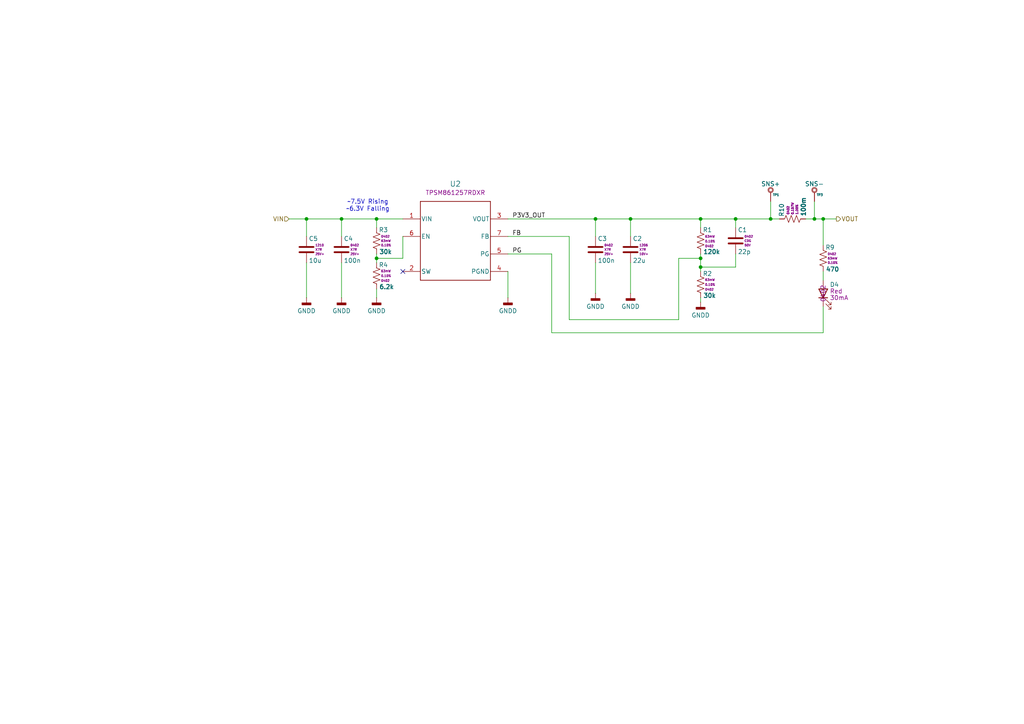
<source format=kicad_sch>
(kicad_sch (version 20250114) (generator "eeschema") (generator_version "9.0")
  (paper "A4")
  (lib_symbols
    (symbol "#gplm:art/ART-0000-N102" (pin_numbers (hide yes)) (pin_names (offset 0.762) (hide yes)) (exclude_from_sim yes) (in_bom no)
      (property "Reference" "TP" (at 0 6.858 0))
      (property "Value" "TestPoint" (at 0 5.08 0))
      (symbol "art/ART-0000-N102_0_1"
        (circle (center 0 3.302) (radius 0.508))
        (circle (center 0 3.302) (radius 0.762))
      )
      (symbol "art/ART-0000-N102_1_1"
        (pin passive line (at 0 0 90) (length 2.54) (name "1") (number "1"))
      )
    )
    (symbol "#gplm:cap/CAP-4001-0220" (pin_numbers (hide yes)) (pin_names (offset 0.254))
      (property "Reference" "C" (at 0.635 3.175 0))
      (property "Value" "22p" (at 0.635 -3.175 0))
      (property "Package/Case" "0402" (at 2.54 1.27 0))
      (property "Voltage" "50V" (at 2.54 -1.27 0))
      (property "Material" "C0G" (at 2.54 0 0))
      (symbol "cap/CAP-4001-0220_0_1"
        (polyline (pts (xy -2.032 0.762) (xy 2.032 0.762)) (stroke (width 0.508)))
        (polyline (pts (xy -2.032 -0.762) (xy 2.032 -0.762)) (stroke (width 0.508)))
      )
      (symbol "cap/CAP-4001-0220_1_1"
        (pin passive line (at 0 3.81 270) (length 2.794) (name "~") (number "1"))
        (pin passive line (at 0 -3.81 90) (length 2.794) (name "~") (number "2"))
      )
    )
    (symbol "#gplm:cap/CAP-4103-100N" (pin_numbers (hide yes)) (pin_names (offset 0.254))
      (property "Reference" "C" (at 0.635 3.175 0))
      (property "Value" "100n" (at 0.635 -3.175 0))
      (property "Package/Case" "0402" (at 2.54 1.27 0))
      (property "Voltage" "25V+" (at 2.54 -1.27 0))
      (property "Material" "X7R" (at 2.54 0 0))
      (symbol "cap/CAP-4103-100N_0_1"
        (polyline (pts (xy -2.032 0.762) (xy 2.032 0.762)) (stroke (width 0.508)))
        (polyline (pts (xy -2.032 -0.762) (xy 2.032 -0.762)) (stroke (width 0.508)))
      )
      (symbol "cap/CAP-4103-100N_1_1"
        (pin passive line (at 0 3.81 270) (length 2.794) (name "~") (number "1"))
        (pin passive line (at 0 -3.81 90) (length 2.794) (name "~") (number "2"))
      )
    )
    (symbol "#gplm:cap/CAP-4109-022U" (pin_numbers (hide yes)) (pin_names (offset 0.254))
      (property "Reference" "C" (at 0.635 3.175 0))
      (property "Value" "22u" (at 0.635 -3.175 0))
      (property "Package/Case" "1206" (at 2.54 1.27 0))
      (property "Voltage" "10V+" (at 2.54 -1.27 0))
      (property "Material" "X7R" (at 2.54 0 0))
      (symbol "cap/CAP-4109-022U_0_1"
        (polyline (pts (xy -2.032 0.762) (xy 2.032 0.762)) (stroke (width 0.508)))
        (polyline (pts (xy -2.032 -0.762) (xy 2.032 -0.762)) (stroke (width 0.508)))
      )
      (symbol "cap/CAP-4109-022U_1_1"
        (pin passive line (at 0 3.81 270) (length 2.794) (name "~") (number "1"))
        (pin passive line (at 0 -3.81 90) (length 2.794) (name "~") (number "2"))
      )
    )
    (symbol "#gplm:cap/CAP-4112-010U" (pin_numbers (hide yes)) (pin_names (offset 0.254))
      (property "Reference" "C" (at 0.635 3.175 0))
      (property "Value" "10u" (at 0.635 -3.175 0))
      (property "Package/Case" "1210" (at 2.54 1.27 0))
      (property "Voltage" "25V+" (at 2.54 -1.27 0))
      (property "Material" "X7R" (at 2.54 0 0))
      (symbol "cap/CAP-4112-010U_0_1"
        (polyline (pts (xy -2.032 0.762) (xy 2.032 0.762)) (stroke (width 0.508)))
        (polyline (pts (xy -2.032 -0.762) (xy 2.032 -0.762)) (stroke (width 0.508)))
      )
      (symbol "cap/CAP-4112-010U_1_1"
        (pin passive line (at 0 3.81 270) (length 2.794) (name "~") (number "1"))
        (pin passive line (at 0 -3.81 90) (length 2.794) (name "~") (number "2"))
      )
    )
    (symbol "#gplm:led/LED-1000-R500" (pin_numbers (hide yes)) (pin_names (offset 1.016) (hide yes))
      (property "Reference" "D" (at 0 2.54 0))
      (property "Value" "Red" (at 0 -2.54 0))
      (property "MPN" "QBLP595-R5" (at 0 0 0))
      (property "Color" "Red" (at 0 0 0))
      (property "Package/Case" "0402" (at 0 0 0))
      (symbol "led/LED-1000-R500_0_1"
        (polyline (pts (xy -3.048 -0.762) (xy -4.572 -2.286) (xy -3.81 -2.286) (xy -4.572 -2.286) (xy -4.572 -1.524)))
        (polyline (pts (xy -1.778 -0.762) (xy -3.302 -2.286) (xy -2.54 -2.286) (xy -3.302 -2.286) (xy -3.302 -1.524)))
        (polyline (pts (xy -1.27 0) (xy 1.27 0)))
        (polyline (pts (xy -1.27 -1.27) (xy -1.27 1.27)) (stroke (width 0.254)))
        (polyline (pts (xy 1.27 -1.27) (xy 1.27 1.27) (xy -1.27 0) (xy 1.27 -1.27)) (stroke (width 0.254)))
      )
      (symbol "led/LED-1000-R500_1_1"
        (pin passive line (at -3.81 0 0) (length 2.54) (name "K") (number "1"))
        (pin passive line (at 3.81 0 180) (length 2.54) (name "A") (number "2"))
      )
    )
    (symbol "#gplm:reg/REG-1000-0002" (pin_names (offset 0.254))
      (property "Reference" "U" (at 0 2.54 0))
      (property "MPN" "TPSM861257RDXR" (at 0 0 0))
      (symbol "reg/REG-1000-0002_0_1"
        (polyline (pts (xy 5.08 5.08) (xy 5.08 -17.78)) (stroke (width 0.2032)))
        (polyline (pts (xy 5.08 -17.78) (xy 25.4 -17.78)) (stroke (width 0.2032)))
        (polyline (pts (xy 25.4 5.08) (xy 5.08 5.08)) (stroke (width 0.2032)))
        (polyline (pts (xy 25.4 -17.78) (xy 25.4 5.08)) (stroke (width 0.2032)))
        (pin power_in line (at 0 0 0) (length 5.08) (name "VIN") (number "1"))
        (pin input line (at 0 -5.08 0) (length 5.08) (name "EN") (number "6"))
        (pin unspecified line (at 0 -15.24 0) (length 5.08) (name "SW") (number "2"))
        (pin power_in line (at 30.48 0 180) (length 5.08) (name "VOUT") (number "3"))
        (pin unspecified line (at 30.48 -5.08 180) (length 5.08) (name "FB") (number "7"))
        (pin open_collector line (at 30.48 -10.16 180) (length 5.08) (name "PG") (number "5"))
        (pin power_in line (at 30.48 -15.24 180) (length 5.08) (name "PGND") (number "4"))
      )
    )
    (symbol "#gplm:res/RES-2002-030K" (pin_numbers (hide yes)) (pin_names (offset 0))
      (property "Reference" "R" (at 0.635 3.175 0))
      (property "Value" "30k" (at 0.635 -3.175 0))
      (property "Power" "63mW" (at 1.27 0 0))
      (property "Tolerance" "0.10%" (at 1.27 -1.27 0))
      (property "Package/Case" "0402" (at 1.27 1.27 0))
      (symbol "res/RES-2002-030K_0_1"
        (polyline (pts (xy 0 2.286) (xy 0 2.54)))
        (polyline (pts (xy 0 2.286) (xy 1.016 1.905) (xy 0 1.524) (xy -1.016 1.143) (xy 0 0.762)))
        (polyline (pts (xy 0 0.762) (xy 1.016 0.381) (xy 0 0) (xy -1.016 -0.381) (xy 0 -0.762)))
        (polyline (pts (xy 0 -0.762) (xy 1.016 -1.143) (xy 0 -1.524) (xy -1.016 -1.905) (xy 0 -2.286)))
        (polyline (pts (xy 0 -2.286) (xy 0 -2.54)))
      )
      (symbol "res/RES-2002-030K_1_1"
        (pin passive line (at 0 3.81 270) (length 1.27) (name "~") (number "1"))
        (pin passive line (at 0 -3.81 90) (length 1.27) (name "~") (number "2"))
      )
    )
    (symbol "#gplm:res/RES-2002-06K2" (pin_numbers (hide yes)) (pin_names (offset 0))
      (property "Reference" "R" (at 0.635 3.175 0))
      (property "Value" "6.2k" (at 0.635 -3.175 0))
      (property "Power" "63mW" (at 1.27 0 0))
      (property "Tolerance" "0.10%" (at 1.27 -1.27 0))
      (property "Package/Case" "0402" (at 1.27 1.27 0))
      (symbol "res/RES-2002-06K2_0_1"
        (polyline (pts (xy 0 2.286) (xy 0 2.54)))
        (polyline (pts (xy 0 2.286) (xy 1.016 1.905) (xy 0 1.524) (xy -1.016 1.143) (xy 0 0.762)))
        (polyline (pts (xy 0 0.762) (xy 1.016 0.381) (xy 0 0) (xy -1.016 -0.381) (xy 0 -0.762)))
        (polyline (pts (xy 0 -0.762) (xy 1.016 -1.143) (xy 0 -1.524) (xy -1.016 -1.905) (xy 0 -2.286)))
        (polyline (pts (xy 0 -2.286) (xy 0 -2.54)))
      )
      (symbol "res/RES-2002-06K2_1_1"
        (pin passive line (at 0 3.81 270) (length 1.27) (name "~") (number "1"))
        (pin passive line (at 0 -3.81 90) (length 1.27) (name "~") (number "2"))
      )
    )
    (symbol "#gplm:res/RES-2002-120K" (pin_numbers (hide yes)) (pin_names (offset 0))
      (property "Reference" "R" (at 0.635 3.175 0))
      (property "Value" "120k" (at 0.635 -3.175 0))
      (property "Power" "63mW" (at 1.27 0 0))
      (property "Tolerance" "0.10%" (at 1.27 -1.27 0))
      (property "Package/Case" "0402" (at 1.27 1.27 0))
      (symbol "res/RES-2002-120K_0_1"
        (polyline (pts (xy 0 2.286) (xy 0 2.54)))
        (polyline (pts (xy 0 2.286) (xy 1.016 1.905) (xy 0 1.524) (xy -1.016 1.143) (xy 0 0.762)))
        (polyline (pts (xy 0 0.762) (xy 1.016 0.381) (xy 0 0) (xy -1.016 -0.381) (xy 0 -0.762)))
        (polyline (pts (xy 0 -0.762) (xy 1.016 -1.143) (xy 0 -1.524) (xy -1.016 -1.905) (xy 0 -2.286)))
        (polyline (pts (xy 0 -2.286) (xy 0 -2.54)))
      )
      (symbol "res/RES-2002-120K_1_1"
        (pin passive line (at 0 3.81 270) (length 1.27) (name "~") (number "1"))
        (pin passive line (at 0 -3.81 90) (length 1.27) (name "~") (number "2"))
      )
    )
    (symbol "#gplm:res/RES-2002-470R" (pin_numbers (hide yes)) (pin_names (offset 0))
      (property "Reference" "R" (at 0.635 3.175 0))
      (property "Value" "470" (at 0.635 -3.175 0))
      (property "Power" "63mW" (at 1.27 0 0))
      (property "Tolerance" "0.10%" (at 1.27 -1.27 0))
      (property "Package/Case" "0402" (at 1.27 1.27 0))
      (symbol "res/RES-2002-470R_0_1"
        (polyline (pts (xy 0 2.286) (xy 0 2.54)))
        (polyline (pts (xy 0 2.286) (xy 1.016 1.905) (xy 0 1.524) (xy -1.016 1.143) (xy 0 0.762)))
        (polyline (pts (xy 0 0.762) (xy 1.016 0.381) (xy 0 0) (xy -1.016 -0.381) (xy 0 -0.762)))
        (polyline (pts (xy 0 -0.762) (xy 1.016 -1.143) (xy 0 -1.524) (xy -1.016 -1.905) (xy 0 -2.286)))
        (polyline (pts (xy 0 -2.286) (xy 0 -2.54)))
      )
      (symbol "res/RES-2002-470R_1_1"
        (pin passive line (at 0 3.81 270) (length 1.27) (name "~") (number "1"))
        (pin passive line (at 0 -3.81 90) (length 1.27) (name "~") (number "2"))
      )
    )
    (symbol "#gplm:res/RES-2003-0R10" (pin_numbers (hide yes)) (pin_names (offset 0))
      (property "Reference" "R" (at 0.635 3.175 0))
      (property "Value" "100m" (at 0.635 -3.175 0))
      (property "Power" "0.167W" (at 1.27 0 0))
      (property "Tolerance" "1.00%" (at 1.27 -1.27 0))
      (property "Package/Case" "0402" (at 1.27 1.27 0))
      (symbol "res/RES-2003-0R10_0_1"
        (polyline (pts (xy 0 2.286) (xy 0 2.54)))
        (polyline (pts (xy 0 2.286) (xy 1.016 1.905) (xy 0 1.524) (xy -1.016 1.143) (xy 0 0.762)))
        (polyline (pts (xy 0 0.762) (xy 1.016 0.381) (xy 0 0) (xy -1.016 -0.381) (xy 0 -0.762)))
        (polyline (pts (xy 0 -0.762) (xy 1.016 -1.143) (xy 0 -1.524) (xy -1.016 -1.905) (xy 0 -2.286)))
        (polyline (pts (xy 0 -2.286) (xy 0 -2.54)))
      )
      (symbol "res/RES-2003-0R10_1_1"
        (pin passive line (at 0 3.81 270) (length 1.27) (name "~") (number "1"))
        (pin passive line (at 0 -3.81 90) (length 1.27) (name "~") (number "2"))
      )
    )
    (symbol "power:GNDD" (power) (pin_numbers (hide yes)) (pin_names (offset 0) (hide yes))
      (property "Value" "GNDD" (at 0 -3.175 0))
      (symbol "GNDD_0_1"
        (rectangle (start -1.27 -1.524) (end 1.27 -2.032) (stroke (width 0.254)) (fill (type outline)))
        (polyline (pts (xy 0 0) (xy 0 -1.524)))
      )
      (symbol "GNDD_1_1"
        (pin power_in line (at 0 0 270) (length 0) (name "~") (number "1"))
      )
    )
  )
  (text "~7.5V Rising\n~6.3V Falling" (at 106.68 59.69 0) (effects (font (size 1.27 1.27))))
  (junction (at 88.9 63.5))
  (junction (at 203.2 77.47))
  (junction (at 109.22 63.5))
  (junction (at 172.72 63.5))
  (junction (at 109.22 74.93))
  (junction (at 236.22 63.5))
  (junction (at 238.76 63.5))
  (junction (at 203.2 74.93))
  (junction (at 99.06 63.5))
  (junction (at 203.2 63.5))
  (junction (at 213.36 63.5))
  (junction (at 182.88 63.5))
  (junction (at 223.52 63.5))
  (no_connect (at 116.84 78.74))
  (wire (pts (xy 116.84 74.93) (xy 109.22 74.93)))
  (wire (pts (xy 99.06 63.5) (xy 99.06 68.58)))
  (wire (pts (xy 109.22 73.66) (xy 109.22 74.93)))
  (wire (pts (xy 196.85 74.93) (xy 196.85 92.71)))
  (wire (pts (xy 88.9 63.5) (xy 88.9 68.58)))
  (wire (pts (xy 236.22 58.42) (xy 236.22 63.5)))
  (wire (pts (xy 203.2 63.5) (xy 203.2 66.04)))
  (wire (pts (xy 203.2 77.47) (xy 203.2 78.74)))
  (wire (pts (xy 223.52 58.42) (xy 223.52 63.5)))
  (wire (pts (xy 109.22 83.82) (xy 109.22 86.36)))
  (wire (pts (xy 213.36 73.66) (xy 213.36 77.47)))
  (wire (pts (xy 88.9 63.5) (xy 99.06 63.5)))
  (wire (pts (xy 99.06 63.5) (xy 109.22 63.5)))
  (wire (pts (xy 238.76 63.5) (xy 242.57 63.5)))
  (wire (pts (xy 182.88 63.5) (xy 182.88 68.58)))
  (wire (pts (xy 238.76 88.9) (xy 238.76 96.52)))
  (wire (pts (xy 147.32 86.36) (xy 147.32 78.74)))
  (wire (pts (xy 109.22 63.5) (xy 116.84 63.5)))
  (wire (pts (xy 182.88 63.5) (xy 172.72 63.5)))
  (wire (pts (xy 233.68 63.5) (xy 236.22 63.5)))
  (wire (pts (xy 203.2 86.36) (xy 203.2 87.63)))
  (wire (pts (xy 172.72 63.5) (xy 172.72 68.58)))
  (wire (pts (xy 203.2 73.66) (xy 203.2 74.93)))
  (wire (pts (xy 203.2 74.93) (xy 196.85 74.93)))
  (wire (pts (xy 203.2 74.93) (xy 203.2 77.47)))
  (wire (pts (xy 182.88 76.2) (xy 182.88 85.09)))
  (wire (pts (xy 109.22 63.5) (xy 109.22 66.04)))
  (wire (pts (xy 238.76 63.5) (xy 238.76 71.12)))
  (wire (pts (xy 182.88 63.5) (xy 203.2 63.5)))
  (wire (pts (xy 160.02 96.52) (xy 160.02 73.66)))
  (wire (pts (xy 147.32 73.66) (xy 160.02 73.66)))
  (wire (pts (xy 203.2 77.47) (xy 213.36 77.47)))
  (wire (pts (xy 238.76 96.52) (xy 160.02 96.52)))
  (wire (pts (xy 109.22 74.93) (xy 109.22 76.2)))
  (wire (pts (xy 172.72 76.2) (xy 172.72 85.09)))
  (wire (pts (xy 196.85 92.71) (xy 165.1 92.71)))
  (wire (pts (xy 213.36 66.04) (xy 213.36 63.5)))
  (wire (pts (xy 88.9 76.2) (xy 88.9 86.36)))
  (wire (pts (xy 83.82 63.5) (xy 88.9 63.5)))
  (wire (pts (xy 236.22 63.5) (xy 238.76 63.5)))
  (wire (pts (xy 147.32 68.58) (xy 165.1 68.58)))
  (wire (pts (xy 238.76 78.74) (xy 238.76 81.28)))
  (wire (pts (xy 165.1 92.71) (xy 165.1 68.58)))
  (wire (pts (xy 213.36 63.5) (xy 223.52 63.5)))
  (wire (pts (xy 147.32 63.5) (xy 172.72 63.5)))
  (wire (pts (xy 223.52 63.5) (xy 226.06 63.5)))
  (wire (pts (xy 116.84 68.58) (xy 116.84 74.93)))
  (wire (pts (xy 203.2 63.5) (xy 213.36 63.5)))
  (wire (pts (xy 99.06 76.2) (xy 99.06 86.36)))
  (label "PG" (at 148.59 73.66 0))
  (label "FB" (at 148.59 68.58 0))
  (label "P3V3_OUT" (at 148.59 63.5 0))
  (hierarchical_label "VOUT" (shape output) (at 242.57 63.5 0))
  (hierarchical_label "VIN" (shape input) (at 83.82 63.5 180))
  (symbol (lib_id "power:GNDD") (at 88.9 86.36 0) (unit 1)
    (property "Reference" "#PWR012" (effects (hide yes)))
    (property "Value" "GNDD" (at 88.9 90.17 0))
    (property "Description" "Power symbol creates a global label with name \"GNDD\" , digital ground" (effects (hide yes)))
  )
  (symbol (lib_id "#gplm:reg/REG-1000-0002") (at 116.84 63.5 0) (unit 1)
    (property "Reference" "U2" (at 132.08 53.34 0) (effects (font (size 1.524 1.524))))
    (property "Value" "TPSM861257RDXR" (effects (hide yes)))
    (property "Footprint" "g-reg:QFN-FCMOD" (effects (hide yes)))
    (property "Datasheet" "https://www.ti.com/lit/ds/symlink/tpsm861252.pdf" (effects (hide yes)))
    (property "Description" "Non-Isolated PoL Module DC DC Converter 1 Output 0.6 ~ 5.5V 1A 3V - 17V Input" (effects (hide yes)))
    (property "IPN" "REG-1000-0002" (effects (hide yes)))
    (property "Manufacturer" "TI" (effects (hide yes)))
    (property "MPN" "TPSM861257RDXR" (at 132.08 55.88 0))
    (property "Voltage" "ADJ" (effects (hide yes)))
    (property "Current" "1A" (effects (hide yes)))
  )
  (symbol (lib_id "power:GNDD") (at 147.32 86.36 0) (unit 1)
    (property "Reference" "#PWR013" (effects (hide yes)))
    (property "Value" "GNDD" (at 147.32 90.17 0))
    (property "Description" "Power symbol creates a global label with name \"GNDD\" , digital ground" (effects (hide yes)))
  )
  (symbol (lib_id "#gplm:res/RES-2002-470R") (at 238.76 74.93 0) (unit 1)
    (property "Reference" "R9" (at 239.395 71.755 0) (effects (justify left)))
    (property "Value" "470" (at 239.395 78.105 0) (effects (font (thickness 0.254) (bold yes)) (justify left)))
    (property "Footprint" "Resistor_SMD:R_0402_1005Metric" (effects (hide yes)))
    (property "Datasheet" "https://www.yageo.com/upload/media/product/app/datasheet/rchip/pyu-rt_1-to-0.01_rohs_l.pdf" (effects (hide yes)))
    (property "Description" "RES SMD 0402 470 OHM 63mW Thin Film" (effects (hide yes)))
    (property "IPN" "RES-2002-470R" (effects (hide yes)))
    (property "Manufacturer" "Yageo" (effects (hide yes)))
    (property "MPN" "RT0402BRD07470RL" (effects (hide yes)))
    (property "Resistance" "470" (effects (hide yes)))
    (property "Power" "63mW" (at 240.03 74.93 0) (effects (font (size 0.635 0.635)) (justify left)))
    (property "Tolerance" "0.10%" (at 240.03 76.2 0) (effects (font (size 0.635 0.635)) (justify left)))
    (property "Package/Case" "0402" (at 240.03 73.66 0) (effects (font (size 0.635 0.635)) (justify left)))
    (property "Voltage" "50V" (effects (hide yes)))
    (property "Composition" "Thin Film" (effects (hide yes)))
    (property "Temp Coefficient" "25ppm" (effects (hide yes)))
    (property "Height" "0.35mm" (effects (hide yes)))
  )
  (symbol (lib_id "#gplm:cap/CAP-4112-010U") (at 88.9 72.39 0) (unit 1)
    (property "Reference" "C5" (at 89.535 69.215 0) (effects (justify left)))
    (property "Value" "10u" (at 89.535 75.565 0) (effects (justify left)))
    (property "Footprint" "Capacitor_SMD:C_1210_3225Metric" (effects (hide yes)))
    (property "Datasheet" "https://content.kemet.com/datasheets/KEM_C1002_X7R_SMD.pdf" (effects (hide yes)))
    (property "Description" "CAP SMD 10uF 1210 25V+ X7R" (effects (hide yes)))
    (property "IPN" "CAP-4112-010U" (effects (hide yes)))
    (property "Manufacturer" "Kemet" (effects (hide yes)))
    (property "MPN" "C1210C106K3RACTU" (effects (hide yes)))
    (property "Capacitance" "10u" (effects (hide yes)))
    (property "Voltage" "25V+" (at 91.44 73.66 0) (effects (font (size 0.635 0.635)) (justify left)))
    (property "Material" "X7R" (at 91.44 72.39 0) (effects (font (size 0.635 0.635)) (justify left)))
    (property "Tolerance" "10%" (effects (hide yes)))
    (property "Package/Case" "1210" (at 91.44 71.12 0) (effects (font (size 0.635 0.635)) (justify left)))
  )
  (symbol (lib_id "#gplm:cap/CAP-4109-022U") (at 182.88 72.39 0) (unit 1)
    (property "Reference" "C2" (at 183.515 69.215 0) (effects (justify left)))
    (property "Value" "22u" (at 183.515 75.565 0) (effects (justify left)))
    (property "Footprint" "Capacitor_SMD:C_1206_3216Metric" (effects (hide yes)))
    (property "Datasheet" "https://content.kemet.com/datasheets/KEM_C1002_X7R_SMD.pdf" (effects (hide yes)))
    (property "Description" "CAP SMD 22uF 1206 10V+ X7R" (effects (hide yes)))
    (property "IPN" "CAP-4109-022U" (effects (hide yes)))
    (property "Manufacturer" "Kemet" (effects (hide yes)))
    (property "MPN" "C1206C226K8RACTU" (effects (hide yes)))
    (property "Capacitance" "22u" (effects (hide yes)))
    (property "Voltage" "10V+" (at 185.42 73.66 0) (effects (font (size 0.635 0.635)) (justify left)))
    (property "Material" "X7R" (at 185.42 72.39 0) (effects (font (size 0.635 0.635)) (justify left)))
    (property "Tolerance" "10%" (effects (hide yes)))
    (property "Package/Case" "1206" (at 185.42 71.12 0) (effects (font (size 0.635 0.635)) (justify left)))
  )
  (symbol (lib_id "#gplm:art/ART-0000-N102") (at 223.52 58.42 0) (unit 1) (in_bom no)
    (property "Reference" "TP1" (at 224.155 56.515 0) (effects (font (size 0.635 0.635)) (justify left)))
    (property "Value" "SNS+" (at 223.52 53.34 0))
    (property "Footprint" "g-art:TestPoint_PTH_H1.02mm_NoOutline" (effects (hide yes)))
    (property "Description" "PTH Test Point, 1.02mm hole, without silkscreen" (effects (hide yes)))
    (property "IPN" "ART-0000-N102" (effects (hide yes)))
    (property "Comments" "For probing or test point installation, e.g. 4614, 4582, 3450" (effects (hide yes)))
  )
  (symbol (lib_id "power:GNDD") (at 109.22 86.36 0) (unit 1)
    (property "Reference" "#PWR014" (effects (hide yes)))
    (property "Value" "GNDD" (at 109.22 90.17 0))
    (property "Description" "Power symbol creates a global label with name \"GNDD\" , digital ground" (effects (hide yes)))
  )
  (symbol (lib_id "power:GNDD") (at 182.88 85.09 0) (unit 1)
    (property "Reference" "#PWR09" (effects (hide yes)))
    (property "Value" "GNDD" (at 182.88 88.9 0))
    (property "Description" "Power symbol creates a global label with name \"GNDD\" , digital ground" (effects (hide yes)))
  )
  (symbol (lib_id "#gplm:led/LED-1000-R500") (at 238.76 85.09 90) (unit 1)
    (property "Reference" "D4" (at 240.665 82.55 90) (effects (justify right)))
    (property "Value" "Red" (effects (hide yes)))
    (property "Footprint" "LED_SMD:LED_0402_1005Metric" (effects (hide yes)))
    (property "Description" "Light emitting diode" (effects (hide yes)))
    (property "Sim.Pins" "1=K 2=A" (effects (hide yes)))
    (property "IPN" "LED-1000-R500" (effects (hide yes)))
    (property "Manufacturer" "QT Brightek" (effects (hide yes)))
    (property "MPN" "QBLP595-R5" (effects (hide yes)))
    (property "Color" "Red" (at 240.665 84.455 90) (effects (justify right)))
    (property "I-forward-max" "30mA" (at 240.665 86.36 90) (effects (justify right)))
    (property "V-forward" "1.85V" (effects (hide yes)))
    (property "Wavelength" "623nm" (effects (hide yes)))
    (property "Package/Case" "0402" (at 238.76 85.09 0))
    (property "Luminosity" "32mcd" (effects (hide yes)))
  )
  (symbol (lib_id "#gplm:res/RES-2002-06K2") (at 109.22 80.01 0) (unit 1)
    (property "Reference" "R4" (at 109.855 76.835 0) (effects (justify left)))
    (property "Value" "6.2k" (at 109.855 83.185 0) (effects (font (thickness 0.254) (bold yes)) (justify left)))
    (property "Footprint" "Resistor_SMD:R_0402_1005Metric" (effects (hide yes)))
    (property "Datasheet" "https://www.yageo.com/upload/media/product/app/datasheet/rchip/pyu-rt_1-to-0.01_rohs_l.pdf" (effects (hide yes)))
    (property "Description" "RES SMD 0402 6.2 KOHM 63mW Thin Film" (effects (hide yes)))
    (property "IPN" "RES-2002-06K2" (effects (hide yes)))
    (property "Manufacturer" "Yageo" (effects (hide yes)))
    (property "MPN" "RT0402BRD076K2L" (effects (hide yes)))
    (property "Resistance" "6.2k" (effects (hide yes)))
    (property "Power" "63mW" (at 110.49 78.6074 0) (effects (font (size 0.635 0.635)) (justify left)))
    (property "Tolerance" "0.10%" (at 110.49 80.01 0) (effects (font (size 0.635 0.635)) (justify left)))
    (property "Package/Case" "0402" (at 110.49 81.4126 0) (effects (font (size 0.635 0.635)) (justify left)))
    (property "Voltage" "50V" (effects (hide yes)))
    (property "Composition" "Thin Film" (effects (hide yes)))
    (property "Temp Coefficient" "25ppm" (effects (hide yes)))
    (property "Height" "0.35mm" (effects (hide yes)))
  )
  (symbol (lib_id "power:GNDD") (at 99.06 86.36 0) (unit 1)
    (property "Reference" "#PWR011" (effects (hide yes)))
    (property "Value" "GNDD" (at 99.06 90.17 0))
    (property "Description" "Power symbol creates a global label with name \"GNDD\" , digital ground" (effects (hide yes)))
  )
  (symbol (lib_id "#gplm:cap/CAP-4103-100N") (at 99.06 72.39 0) (unit 1)
    (property "Reference" "C4" (at 99.695 69.215 0) (effects (justify left)))
    (property "Value" "100n" (at 99.695 75.565 0) (effects (justify left)))
    (property "Footprint" "Capacitor_SMD:C_0402_1005Metric" (effects (hide yes)))
    (property "Datasheet" "https://content.kemet.com/datasheets/KEM_C1002_X7R_SMD.pdf" (effects (hide yes)))
    (property "Description" "CAP SMD 100nF 0402 25V+ X7R" (effects (hide yes)))
    (property "IPN" "CAP-4103-100N" (effects (hide yes)))
    (property "Manufacturer" "Kemet" (effects (hide yes)))
    (property "MPN" "C0402C104K3RACTU" (effects (hide yes)))
    (property "Capacitance" "100n" (effects (hide yes)))
    (property "Voltage" "25V+" (at 101.6 73.66 0) (effects (font (size 0.635 0.635)) (justify left)))
    (property "Material" "X7R" (at 101.6 72.39 0) (effects (font (size 0.635 0.635)) (justify left)))
    (property "Tolerance" "10%" (effects (hide yes)))
    (property "Package/Case" "0402" (at 101.6 71.12 0) (effects (font (size 0.635 0.635)) (justify left)))
  )
  (symbol (lib_id "#gplm:cap/CAP-4001-0220") (at 213.36 69.85 0) (unit 1)
    (property "Reference" "C1" (at 213.995 66.675 0) (effects (justify left)))
    (property "Value" "22p" (at 213.995 73.025 0) (effects (justify left)))
    (property "Footprint" "Capacitor_SMD:C_0402_1005Metric" (effects (hide yes)))
    (property "Datasheet" "https://www.murata.com/en-us/products/productdetail?partno=GRM1555C1H220GA01D%23" (effects (hide yes)))
    (property "Description" "CAP SMD 22p 0402 50V C0G +/-2%" (effects (hide yes)))
    (property "IPN" "CAP-4001-0220" (effects (hide yes)))
    (property "Manufacturer" "Murata" (effects (hide yes)))
    (property "MPN" "GRM1555C1H220GA01D" (effects (hide yes)))
    (property "Capacitance" "22p" (effects (hide yes)))
    (property "Voltage" "50V" (at 215.9 71.12 0) (effects (font (size 0.635 0.635)) (justify left)))
    (property "Material" "C0G" (at 215.9 69.85 0) (effects (font (size 0.635 0.635)) (justify left)))
    (property "Tolerance" "+/-2%" (effects (hide yes)))
    (property "Package/Case" "0402" (at 215.9 68.58 0) (effects (font (size 0.635 0.635)) (justify left)))
  )
  (symbol (lib_id "#gplm:res/RES-2002-030K") (at 203.2 82.55 0) (unit 1)
    (property "Reference" "R2" (at 203.835 79.375 0) (effects (justify left)))
    (property "Value" "30k" (at 203.835 85.725 0) (effects (font (thickness 0.254) (bold yes)) (justify left)))
    (property "Footprint" "Resistor_SMD:R_0402_1005Metric" (effects (hide yes)))
    (property "Datasheet" "https://www.yageo.com/upload/media/product/app/datasheet/rchip/pyu-rt_1-to-0.01_rohs_l.pdf" (effects (hide yes)))
    (property "Description" "RES SMD 0402 30 KOHM 63mW Thin Film" (effects (hide yes)))
    (property "IPN" "RES-2002-030K" (effects (hide yes)))
    (property "Manufacturer" "Yageo" (effects (hide yes)))
    (property "MPN" "RT0402BRD0730KL" (effects (hide yes)))
    (property "Resistance" "30k" (effects (hide yes)))
    (property "Power" "63mW" (at 204.47 81.1474 0) (effects (font (size 0.635 0.635)) (justify left)))
    (property "Tolerance" "0.10%" (at 204.47 82.55 0) (effects (font (size 0.635 0.635)) (justify left)))
    (property "Package/Case" "0402" (at 204.47 83.9526 0) (effects (font (size 0.635 0.635)) (justify left)))
    (property "Voltage" "50V" (effects (hide yes)))
    (property "Composition" "Thin Film" (effects (hide yes)))
    (property "Temp Coefficient" "25ppm" (effects (hide yes)))
    (property "Height" "0.35mm" (effects (hide yes)))
  )
  (symbol (lib_id "power:GNDD") (at 172.72 85.09 0) (unit 1)
    (property "Reference" "#PWR010" (effects (hide yes)))
    (property "Value" "GNDD" (at 172.72 88.9 0))
    (property "Description" "Power symbol creates a global label with name \"GNDD\" , digital ground" (effects (hide yes)))
  )
  (symbol (lib_id "#gplm:res/RES-2002-120K") (at 203.2 69.85 0) (unit 1)
    (property "Reference" "R1" (at 203.835 66.675 0) (effects (justify left)))
    (property "Value" "120k" (at 203.835 73.025 0) (effects (font (thickness 0.254) (bold yes)) (justify left)))
    (property "Footprint" "Resistor_SMD:R_0402_1005Metric" (effects (hide yes)))
    (property "Datasheet" "https://www.yageo.com/upload/media/product/app/datasheet/rchip/pyu-rt_1-to-0.01_rohs_l.pdf" (effects (hide yes)))
    (property "Description" "RES SMD 0402 120 KOHM 63mW Thin Film" (effects (hide yes)))
    (property "IPN" "RES-2002-120K" (effects (hide yes)))
    (property "Manufacturer" "Yageo" (effects (hide yes)))
    (property "MPN" "RT0402BRD07120KL" (effects (hide yes)))
    (property "Resistance" "120k" (effects (hide yes)))
    (property "Power" "63mW" (at 204.47 68.58 0) (effects (font (size 0.635 0.635)) (justify left)))
    (property "Tolerance" "0.10%" (at 204.47 69.9826 0) (effects (font (size 0.635 0.635)) (justify left)))
    (property "Package/Case" "0402" (at 204.47 71.3852 0) (effects (font (size 0.635 0.635)) (justify left)))
    (property "Voltage" "50V" (effects (hide yes)))
    (property "Composition" "Thin Film" (effects (hide yes)))
    (property "Temp Coefficient" "25ppm" (effects (hide yes)))
    (property "Height" "0.35mm" (effects (hide yes)))
  )
  (symbol (lib_id "power:GNDD") (at 203.2 87.63 0) (unit 1)
    (property "Reference" "#PWR08" (effects (hide yes)))
    (property "Value" "GNDD" (at 203.2 91.44 0))
    (property "Description" "Power symbol creates a global label with name \"GNDD\" , digital ground" (effects (hide yes)))
  )
  (symbol (lib_id "#gplm:res/RES-2002-030K") (at 109.22 69.85 0) (unit 1)
    (property "Reference" "R3" (at 109.855 66.675 0) (effects (justify left)))
    (property "Value" "30k" (at 109.855 73.025 0) (effects (font (thickness 0.254) (bold yes)) (justify left)))
    (property "Footprint" "Resistor_SMD:R_0402_1005Metric" (effects (hide yes)))
    (property "Datasheet" "https://www.yageo.com/upload/media/product/app/datasheet/rchip/pyu-rt_1-to-0.01_rohs_l.pdf" (effects (hide yes)))
    (property "Description" "RES SMD 0402 30 KOHM 63mW Thin Film" (effects (hide yes)))
    (property "IPN" "RES-2002-030K" (effects (hide yes)))
    (property "Manufacturer" "Yageo" (effects (hide yes)))
    (property "MPN" "RT0402BRD0730KL" (effects (hide yes)))
    (property "Resistance" "30k" (effects (hide yes)))
    (property "Power" "63mW" (at 110.49 69.85 0) (effects (font (size 0.635 0.635)) (justify left)))
    (property "Tolerance" "0.10%" (at 110.49 71.12 0) (effects (font (size 0.635 0.635)) (justify left)))
    (property "Package/Case" "0402" (at 110.49 68.58 0) (effects (font (size 0.635 0.635)) (justify left)))
    (property "Voltage" "50V" (effects (hide yes)))
    (property "Composition" "Thin Film" (effects (hide yes)))
    (property "Temp Coefficient" "25ppm" (effects (hide yes)))
    (property "Height" "0.35mm" (effects (hide yes)))
  )
  (symbol (lib_id "#gplm:res/RES-2003-0R10") (at 229.87 63.5 90) (unit 1)
    (property "Reference" "R10" (at 226.695 62.865 0) (effects (justify left)))
    (property "Value" "100m" (at 233.045 62.865 0) (effects (font (thickness 0.254) (bold yes)) (justify left)))
    (property "Footprint" "Resistor_SMD:R_0402_1005Metric" (effects (hide yes)))
    (property "Datasheet" "https://www.susumu.co.jp/common/pdf/n_catalog_partition08_en.pdf" (effects (hide yes)))
    (property "Description" "RES 0.1 OHM 1% 1/6W 0402" (effects (hide yes)))
    (property "IPN" "RES-2003-0R10" (effects (hide yes)))
    (property "Manufacturer" "Susumu" (effects (hide yes)))
    (property "MPN" "RL0510S-R10-F" (effects (hide yes)))
    (property "Resistance" "100m" (effects (hide yes)))
    (property "Power" "0.167W" (at 229.87 62.23 0) (effects (font (size 0.635 0.635)) (justify left)))
    (property "Tolerance" "1.00%" (at 231.14 62.23 0) (effects (font (size 0.635 0.635)) (justify left)))
    (property "Package/Case" "0402" (at 228.6 62.23 0) (effects (font (size 0.635 0.635)) (justify left)))
    (property "Voltage" "50V" (effects (hide yes)))
    (property "Composition" "Thick Film" (effects (hide yes)))
    (property "Temp Coefficient" "200ppm" (effects (hide yes)))
    (property "Height" "0.45mm" (effects (hide yes)))
  )
  (symbol (lib_id "#gplm:cap/CAP-4103-100N") (at 172.72 72.39 0) (unit 1)
    (property "Reference" "C3" (at 173.355 69.215 0) (effects (justify left)))
    (property "Value" "100n" (at 173.355 75.565 0) (effects (justify left)))
    (property "Footprint" "Capacitor_SMD:C_0402_1005Metric" (effects (hide yes)))
    (property "Datasheet" "https://content.kemet.com/datasheets/KEM_C1002_X7R_SMD.pdf" (effects (hide yes)))
    (property "Description" "CAP SMD 100nF 0402 25V+ X7R" (effects (hide yes)))
    (property "IPN" "CAP-4103-100N" (effects (hide yes)))
    (property "Manufacturer" "Kemet" (effects (hide yes)))
    (property "MPN" "C0402C104K3RACTU" (effects (hide yes)))
    (property "Capacitance" "100n" (effects (hide yes)))
    (property "Voltage" "25V+" (at 175.26 73.66 0) (effects (font (size 0.635 0.635)) (justify left)))
    (property "Material" "X7R" (at 175.26 72.39 0) (effects (font (size 0.635 0.635)) (justify left)))
    (property "Tolerance" "10%" (effects (hide yes)))
    (property "Package/Case" "0402" (at 175.26 71.12 0) (effects (font (size 0.635 0.635)) (justify left)))
  )
  (symbol (lib_id "#gplm:art/ART-0000-N102") (at 236.22 58.42 0) (unit 1) (in_bom no)
    (property "Reference" "TP3" (at 236.855 56.515 0) (effects (font (size 0.635 0.635)) (justify left)))
    (property "Value" "SNS-" (at 236.22 53.34 0))
    (property "Footprint" "g-art:TestPoint_PTH_H1.02mm_NoOutline" (effects (hide yes)))
    (property "Description" "PTH Test Point, 1.02mm hole, without silkscreen" (effects (hide yes)))
    (property "IPN" "ART-0000-N102" (effects (hide yes)))
    (property "Comments" "For probing or test point installation, e.g. 4614, 4582, 3450" (effects (hide yes)))
  )
)
</source>
